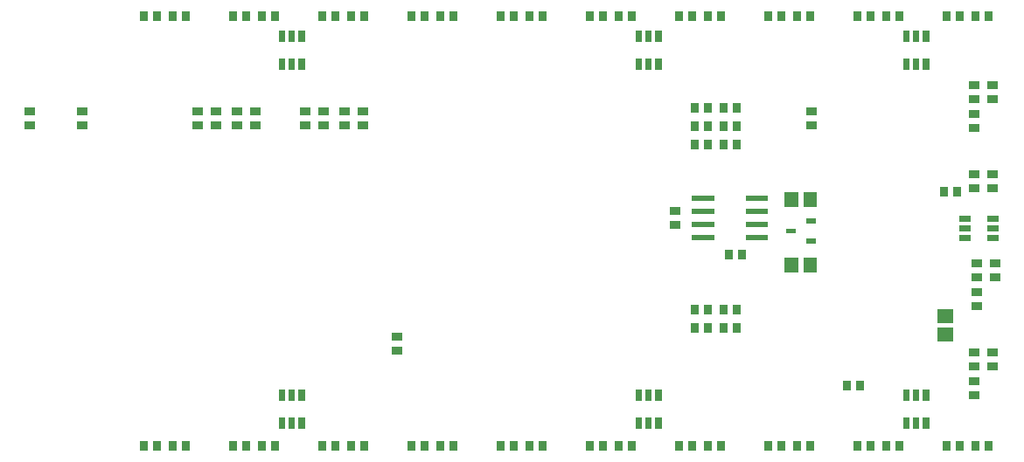
<source format=gbr>
G04 start of page 9 for group -4015 idx -4015 *
G04 Title: joystick-board, toppaste *
G04 Creator: pcb 20140316 *
G04 CreationDate: Mon 11 Dec 2017 05:03:33 PM GMT UTC *
G04 For: brian *
G04 Format: Gerber/RS-274X *
G04 PCB-Dimensions (mil): 6000.00 5000.00 *
G04 PCB-Coordinate-Origin: lower left *
%MOIN*%
%FSLAX25Y25*%
%LNTOPPASTE*%
%ADD74R,0.0512X0.0512*%
%ADD73R,0.0189X0.0189*%
%ADD72R,0.0236X0.0236*%
%ADD71R,0.0200X0.0200*%
%ADD70R,0.0295X0.0295*%
G54D70*X322559Y267492D02*Y266508D01*
X317441Y267492D02*Y266508D01*
X296508Y278441D02*X297492D01*
X296508Y283559D02*X297492D01*
G54D71*X304500Y288500D02*X311000D01*
X304500Y283500D02*X311000D01*
X304500Y278500D02*X311000D01*
X304500Y273500D02*X311000D01*
X325000D02*X331500D01*
X325000Y278500D02*X331500D01*
X325000Y283500D02*X331500D01*
X325000Y288500D02*X331500D01*
G54D70*X367559Y217492D02*Y216508D01*
X362441Y217492D02*Y216508D01*
X348508Y321559D02*X349492D01*
X348508Y316441D02*X349492D01*
X155508D02*X156492D01*
X155508Y321559D02*X156492D01*
X162508Y316441D02*X163492D01*
X162508Y321559D02*X163492D01*
X121508Y316441D02*X122492D01*
X121508Y321559D02*X122492D01*
X114508Y316441D02*X115492D01*
X114508Y321559D02*X115492D01*
G54D72*X147260Y351299D02*Y349331D01*
X151000Y351299D02*Y349331D01*
X154740Y351299D02*Y349331D01*
Y340669D02*Y338701D01*
X151000Y340669D02*Y338701D01*
X147260Y340669D02*Y338701D01*
G54D70*X105441Y358492D02*Y357508D01*
X110559Y358492D02*Y357508D01*
X99559Y358492D02*Y357508D01*
X94441Y358492D02*Y357508D01*
X173441Y358492D02*Y357508D01*
X178559Y358492D02*Y357508D01*
X167559Y358492D02*Y357508D01*
X162441Y358492D02*Y357508D01*
X207441Y358492D02*Y357508D01*
X212559Y358492D02*Y357508D01*
X201559Y358492D02*Y357508D01*
X196441Y358492D02*Y357508D01*
X139441Y358492D02*Y357508D01*
X144559Y358492D02*Y357508D01*
X133559Y358492D02*Y357508D01*
X128441Y358492D02*Y357508D01*
G54D72*X283260Y351299D02*Y349331D01*
X287000Y351299D02*Y349331D01*
X290740Y351299D02*Y349331D01*
Y340669D02*Y338701D01*
X287000Y340669D02*Y338701D01*
X283260Y340669D02*Y338701D01*
G54D70*X275441Y358492D02*Y357508D01*
X280559Y358492D02*Y357508D01*
X269559Y358492D02*Y357508D01*
X264441Y358492D02*Y357508D01*
X309441Y358492D02*Y357508D01*
X314559Y358492D02*Y357508D01*
X303559Y358492D02*Y357508D01*
X298441Y358492D02*Y357508D01*
X343441Y358492D02*Y357508D01*
X348559Y358492D02*Y357508D01*
X337559Y358492D02*Y357508D01*
X332441Y358492D02*Y357508D01*
X241441Y358492D02*Y357508D01*
X246559Y358492D02*Y357508D01*
X235559Y358492D02*Y357508D01*
X230441Y358492D02*Y357508D01*
G54D72*X154740Y203669D02*Y201701D01*
X151000Y203669D02*Y201701D01*
X147260Y203669D02*Y201701D01*
Y214299D02*Y212331D01*
X151000Y214299D02*Y212331D01*
X154740Y214299D02*Y212331D01*
X290740Y203669D02*Y201701D01*
X287000Y203669D02*Y201701D01*
X283260Y203669D02*Y201701D01*
Y214299D02*Y212331D01*
X287000Y214299D02*Y212331D01*
X290740Y214299D02*Y212331D01*
G54D70*X309559Y246492D02*Y245508D01*
X304441Y246492D02*Y245508D01*
X315441Y246492D02*Y245508D01*
X320559Y246492D02*Y245508D01*
X309559Y239492D02*Y238508D01*
X304441Y239492D02*Y238508D01*
X315441Y239492D02*Y238508D01*
X320559Y239492D02*Y238508D01*
X139441Y194492D02*Y193508D01*
X144559Y194492D02*Y193508D01*
X133559Y194492D02*Y193508D01*
X128441Y194492D02*Y193508D01*
X173441Y194492D02*Y193508D01*
X178559Y194492D02*Y193508D01*
X167559Y194492D02*Y193508D01*
X162441Y194492D02*Y193508D01*
X207441Y194492D02*Y193508D01*
X212559Y194492D02*Y193508D01*
X201559Y194492D02*Y193508D01*
X196441Y194492D02*Y193508D01*
X241441Y194492D02*Y193508D01*
X246559Y194492D02*Y193508D01*
X235559Y194492D02*Y193508D01*
X230441Y194492D02*Y193508D01*
X275441Y194492D02*Y193508D01*
X280559Y194492D02*Y193508D01*
X269559Y194492D02*Y193508D01*
X264441Y194492D02*Y193508D01*
X309441Y194492D02*Y193508D01*
X314559Y194492D02*Y193508D01*
X303559Y194492D02*Y193508D01*
X298441Y194492D02*Y193508D01*
X343441Y194492D02*Y193508D01*
X348559Y194492D02*Y193508D01*
X337559Y194492D02*Y193508D01*
X332441Y194492D02*Y193508D01*
X105441Y194492D02*Y193508D01*
X110559Y194492D02*Y193508D01*
X99559Y194492D02*Y193508D01*
X94441Y194492D02*Y193508D01*
X417508Y331559D02*X418492D01*
X417508Y326441D02*X418492D01*
X417508Y297559D02*X418492D01*
X417508Y292441D02*X418492D01*
X418508Y263559D02*X419492D01*
X418508Y258441D02*X419492D01*
X417508Y229559D02*X418492D01*
X417508Y224441D02*X418492D01*
X404559Y291492D02*Y290508D01*
X399441Y291492D02*Y290508D01*
X410508Y292441D02*X411492D01*
X410508Y297559D02*X411492D01*
X411508Y252559D02*X412492D01*
X411508Y247441D02*X412492D01*
X411508Y258441D02*X412492D01*
X411508Y263559D02*X412492D01*
X410508Y218559D02*X411492D01*
X410508Y213441D02*X411492D01*
X410508Y224441D02*X411492D01*
X410508Y229559D02*X411492D01*
G54D72*X392740Y340669D02*Y338701D01*
X389000Y340669D02*Y338701D01*
X385260Y340669D02*Y338701D01*
Y351299D02*Y349331D01*
X389000Y351299D02*Y349331D01*
X392740Y351299D02*Y349331D01*
G54D70*X377441Y358492D02*Y357508D01*
X382559Y358492D02*Y357508D01*
X371559Y358492D02*Y357508D01*
X366441Y358492D02*Y357508D01*
X411441Y358492D02*Y357508D01*
X416559Y358492D02*Y357508D01*
X405559Y358492D02*Y357508D01*
X400441Y358492D02*Y357508D01*
G54D72*X392740Y203669D02*Y201701D01*
X389000Y203669D02*Y201701D01*
X385260Y203669D02*Y201701D01*
Y214299D02*Y212331D01*
X389000Y214299D02*Y212331D01*
X392740Y214299D02*Y212331D01*
G54D70*X377441Y194492D02*Y193508D01*
X382559Y194492D02*Y193508D01*
X371559Y194492D02*Y193508D01*
X366441Y194492D02*Y193508D01*
X411441Y194492D02*Y193508D01*
X416559Y194492D02*Y193508D01*
X405559Y194492D02*Y193508D01*
X400441Y194492D02*Y193508D01*
G54D73*X347894Y279819D02*X349744D01*
X347894Y272181D02*X349744D01*
X340256Y276000D02*X342106D01*
G54D70*X190508Y235559D02*X191492D01*
X190508Y230441D02*X191492D01*
X70508Y316441D02*X71492D01*
X70508Y321559D02*X71492D01*
X50508Y316441D02*X51492D01*
X50508Y321559D02*X51492D01*
G54D72*X406701Y273260D02*X408669D01*
X406701Y277000D02*X408669D01*
X406701Y280740D02*X408669D01*
X417331D02*X419299D01*
X417331Y277000D02*X419299D01*
X417331Y273260D02*X419299D01*
G54D70*X129508Y316441D02*X130492D01*
X129508Y321559D02*X130492D01*
X136508Y316441D02*X137492D01*
X136508Y321559D02*X137492D01*
X170508Y316441D02*X171492D01*
X170508Y321559D02*X171492D01*
X177508Y316441D02*X178492D01*
X177508Y321559D02*X178492D01*
X410508Y326441D02*X411492D01*
X410508Y331559D02*X411492D01*
X410508Y320559D02*X411492D01*
X410508Y315441D02*X411492D01*
G54D74*X348543Y288393D02*Y287607D01*
X341457Y288393D02*Y287607D01*
G54D70*X309559Y323492D02*Y322508D01*
X304441Y323492D02*Y322508D01*
X315441Y323492D02*Y322508D01*
X320559Y323492D02*Y322508D01*
X309559Y316492D02*Y315508D01*
X304441Y316492D02*Y315508D01*
X315441Y316492D02*Y315508D01*
X320559Y316492D02*Y315508D01*
X309559Y309492D02*Y308508D01*
X304441Y309492D02*Y308508D01*
X315441Y309492D02*Y308508D01*
X320559Y309492D02*Y308508D01*
G54D74*X341457Y263393D02*Y262607D01*
X348543Y263393D02*Y262607D01*
X399607Y243543D02*X400393D01*
X399607Y236457D02*X400393D01*
M02*

</source>
